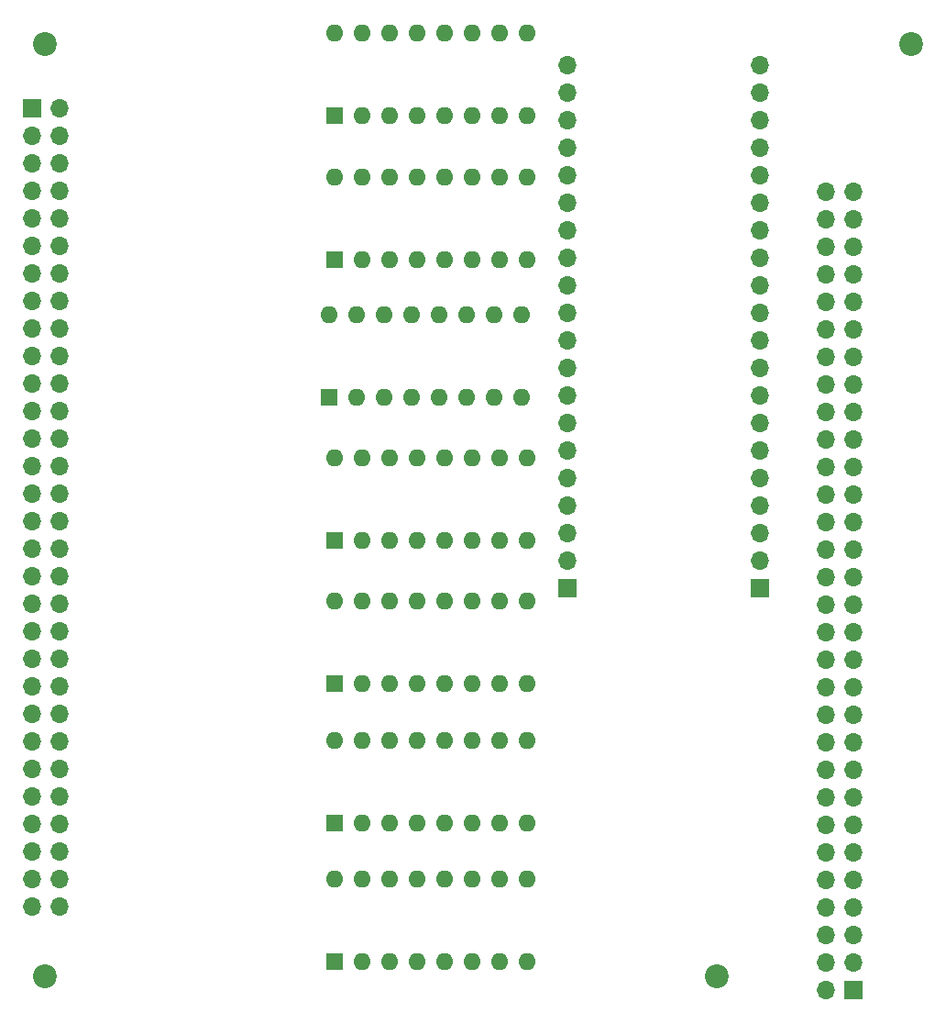
<source format=gbr>
%TF.GenerationSoftware,KiCad,Pcbnew,7.0.7*%
%TF.CreationDate,2023-10-12T19:01:10-04:00*%
%TF.ProjectId,PCB_final,5043425f-6669-46e6-916c-2e6b69636164,rev?*%
%TF.SameCoordinates,Original*%
%TF.FileFunction,Soldermask,Bot*%
%TF.FilePolarity,Negative*%
%FSLAX46Y46*%
G04 Gerber Fmt 4.6, Leading zero omitted, Abs format (unit mm)*
G04 Created by KiCad (PCBNEW 7.0.7) date 2023-10-12 19:01:10*
%MOMM*%
%LPD*%
G01*
G04 APERTURE LIST*
%ADD10C,2.200000*%
%ADD11R,1.600000X1.600000*%
%ADD12O,1.600000X1.600000*%
%ADD13R,1.700000X1.700000*%
%ADD14O,1.700000X1.700000*%
G04 APERTURE END LIST*
D10*
%TO.C,REF\u002A\u002A*%
X178000000Y-65000000D03*
%TD*%
%TO.C,REF\u002A\u002A*%
X160000000Y-151000000D03*
%TD*%
%TO.C,REF\u002A\u002A*%
X98000000Y-151000000D03*
%TD*%
%TO.C,REF\u002A\u002A*%
X98000000Y-65000000D03*
%TD*%
D11*
%TO.C,U2*%
X124725708Y-84931727D03*
D12*
X127265708Y-84931727D03*
X129805708Y-84931727D03*
X132345708Y-84931727D03*
X134885708Y-84931727D03*
X137425708Y-84931727D03*
X139965708Y-84931727D03*
X142505708Y-84931727D03*
X142505708Y-77311727D03*
X139965708Y-77311727D03*
X137425708Y-77311727D03*
X134885708Y-77311727D03*
X132345708Y-77311727D03*
X129805708Y-77311727D03*
X127265708Y-77311727D03*
X124725708Y-77311727D03*
%TD*%
D13*
%TO.C,J5*%
X146250708Y-115255141D03*
D14*
X146250708Y-112715141D03*
X146250708Y-110175141D03*
X146250708Y-107635141D03*
X146250708Y-105095141D03*
X146250708Y-102555141D03*
X146250708Y-100015141D03*
X146250708Y-97475141D03*
X146250708Y-94935141D03*
X146250708Y-92395141D03*
X146250708Y-89855141D03*
X146250708Y-87315141D03*
X146250708Y-84775141D03*
X146250708Y-82235141D03*
X146250708Y-79695141D03*
X146250708Y-77155141D03*
X146250708Y-74615141D03*
X146250708Y-72075141D03*
X146250708Y-69535141D03*
X146250708Y-66995141D03*
%TD*%
D13*
%TO.C,J1*%
X96755708Y-70961727D03*
D14*
X99295708Y-70961727D03*
X96755708Y-73501727D03*
X99295708Y-73501727D03*
X96755708Y-76041727D03*
X99295708Y-76041727D03*
X96755708Y-78581727D03*
X99295708Y-78581727D03*
X96755708Y-81121727D03*
X99295708Y-81121727D03*
X96755708Y-83661727D03*
X99295708Y-83661727D03*
X96755708Y-86201727D03*
X99295708Y-86201727D03*
X96755708Y-88741727D03*
X99295708Y-88741727D03*
X96755708Y-91281727D03*
X99295708Y-91281727D03*
X96755708Y-93821727D03*
X99295708Y-93821727D03*
X96755708Y-96361727D03*
X99295708Y-96361727D03*
X96755708Y-98901727D03*
X99295708Y-98901727D03*
X96755708Y-101441727D03*
X99295708Y-101441727D03*
X96755708Y-103981727D03*
X99295708Y-103981727D03*
X96755708Y-106521727D03*
X99295708Y-106521727D03*
X96755708Y-109061727D03*
X99295708Y-109061727D03*
X96755708Y-111601727D03*
X99295708Y-111601727D03*
X96755708Y-114141727D03*
X99295708Y-114141727D03*
X96755708Y-116681727D03*
X99295708Y-116681727D03*
X96755708Y-119221727D03*
X99295708Y-119221727D03*
X96755708Y-121761727D03*
X99295708Y-121761727D03*
X96755708Y-124301727D03*
X99295708Y-124301727D03*
X96755708Y-126841727D03*
X99295708Y-126841727D03*
X96755708Y-129381727D03*
X99295708Y-129381727D03*
X96755708Y-131921727D03*
X99295708Y-131921727D03*
X96755708Y-134461727D03*
X99295708Y-134461727D03*
X96755708Y-137001727D03*
X99295708Y-137001727D03*
X96755708Y-139541727D03*
X99295708Y-139541727D03*
X96755708Y-142081727D03*
X99295708Y-142081727D03*
X96755708Y-144621727D03*
X99295708Y-144621727D03*
%TD*%
D11*
%TO.C,U6*%
X124725708Y-136870022D03*
D12*
X127265708Y-136870022D03*
X129805708Y-136870022D03*
X132345708Y-136870022D03*
X134885708Y-136870022D03*
X137425708Y-136870022D03*
X139965708Y-136870022D03*
X142505708Y-136870022D03*
X142505708Y-129250022D03*
X139965708Y-129250022D03*
X137425708Y-129250022D03*
X134885708Y-129250022D03*
X132345708Y-129250022D03*
X129805708Y-129250022D03*
X127265708Y-129250022D03*
X124725708Y-129250022D03*
%TD*%
D11*
%TO.C,U3*%
X124187708Y-97631727D03*
D12*
X126727708Y-97631727D03*
X129267708Y-97631727D03*
X131807708Y-97631727D03*
X134347708Y-97631727D03*
X136887708Y-97631727D03*
X139427708Y-97631727D03*
X141967708Y-97631727D03*
X141967708Y-90011727D03*
X139427708Y-90011727D03*
X136887708Y-90011727D03*
X134347708Y-90011727D03*
X131807708Y-90011727D03*
X129267708Y-90011727D03*
X126727708Y-90011727D03*
X124187708Y-90011727D03*
%TD*%
D11*
%TO.C,U7*%
X124725708Y-149701727D03*
D12*
X127265708Y-149701727D03*
X129805708Y-149701727D03*
X132345708Y-149701727D03*
X134885708Y-149701727D03*
X137425708Y-149701727D03*
X139965708Y-149701727D03*
X142505708Y-149701727D03*
X142505708Y-142081727D03*
X139965708Y-142081727D03*
X137425708Y-142081727D03*
X134885708Y-142081727D03*
X132345708Y-142081727D03*
X129805708Y-142081727D03*
X127265708Y-142081727D03*
X124725708Y-142081727D03*
%TD*%
D11*
%TO.C,U4*%
X124710708Y-110829727D03*
D12*
X127250708Y-110829727D03*
X129790708Y-110829727D03*
X132330708Y-110829727D03*
X134870708Y-110829727D03*
X137410708Y-110829727D03*
X139950708Y-110829727D03*
X142490708Y-110829727D03*
X142490708Y-103209727D03*
X139950708Y-103209727D03*
X137410708Y-103209727D03*
X134870708Y-103209727D03*
X132330708Y-103209727D03*
X129790708Y-103209727D03*
X127250708Y-103209727D03*
X124710708Y-103209727D03*
%TD*%
D13*
%TO.C,J2*%
X172681328Y-152337397D03*
D14*
X170141328Y-152337397D03*
X172681328Y-149797397D03*
X170141328Y-149797397D03*
X172681328Y-147257397D03*
X170141328Y-147257397D03*
X172681328Y-144717397D03*
X170141328Y-144717397D03*
X172681328Y-142177397D03*
X170141328Y-142177397D03*
X172681328Y-139637397D03*
X170141328Y-139637397D03*
X172681328Y-137097397D03*
X170141328Y-137097397D03*
X172681328Y-134557397D03*
X170141328Y-134557397D03*
X172681328Y-132017397D03*
X170141328Y-132017397D03*
X172681328Y-129477397D03*
X170141328Y-129477397D03*
X172681328Y-126937397D03*
X170141328Y-126937397D03*
X172681328Y-124397397D03*
X170141328Y-124397397D03*
X172681328Y-121857397D03*
X170141328Y-121857397D03*
X172681328Y-119317397D03*
X170141328Y-119317397D03*
X172681328Y-116777397D03*
X170141328Y-116777397D03*
X172681328Y-114237397D03*
X170141328Y-114237397D03*
X172681328Y-111697397D03*
X170141328Y-111697397D03*
X172681328Y-109157397D03*
X170141328Y-109157397D03*
X172681328Y-106617397D03*
X170141328Y-106617397D03*
X172681328Y-104077397D03*
X170141328Y-104077397D03*
X172681328Y-101537397D03*
X170141328Y-101537397D03*
X172681328Y-98997397D03*
X170141328Y-98997397D03*
X172681328Y-96457397D03*
X170141328Y-96457397D03*
X172681328Y-93917397D03*
X170141328Y-93917397D03*
X172681328Y-91377397D03*
X170141328Y-91377397D03*
X172681328Y-88837397D03*
X170141328Y-88837397D03*
X172681328Y-86297397D03*
X170141328Y-86297397D03*
X172681328Y-83757397D03*
X170141328Y-83757397D03*
X172681328Y-81217397D03*
X170141328Y-81217397D03*
X172681328Y-78677397D03*
X170141328Y-78677397D03*
%TD*%
D11*
%TO.C,U1*%
X124695708Y-71596727D03*
D12*
X127235708Y-71596727D03*
X129775708Y-71596727D03*
X132315708Y-71596727D03*
X134855708Y-71596727D03*
X137395708Y-71596727D03*
X139935708Y-71596727D03*
X142475708Y-71596727D03*
X142475708Y-63976727D03*
X139935708Y-63976727D03*
X137395708Y-63976727D03*
X134855708Y-63976727D03*
X132315708Y-63976727D03*
X129775708Y-63976727D03*
X127235708Y-63976727D03*
X124695708Y-63976727D03*
%TD*%
D13*
%TO.C,J6*%
X164030708Y-115255141D03*
D14*
X164030708Y-112715141D03*
X164030708Y-110175141D03*
X164030708Y-107635141D03*
X164030708Y-105095141D03*
X164030708Y-102555141D03*
X164030708Y-100015141D03*
X164030708Y-97475141D03*
X164030708Y-94935141D03*
X164030708Y-92395141D03*
X164030708Y-89855141D03*
X164030708Y-87315141D03*
X164030708Y-84775141D03*
X164030708Y-82235141D03*
X164030708Y-79695141D03*
X164030708Y-77155141D03*
X164030708Y-74615141D03*
X164030708Y-72075141D03*
X164030708Y-69535141D03*
X164030708Y-66995141D03*
%TD*%
D11*
%TO.C,U5*%
X124725708Y-123989585D03*
D12*
X127265708Y-123989585D03*
X129805708Y-123989585D03*
X132345708Y-123989585D03*
X134885708Y-123989585D03*
X137425708Y-123989585D03*
X139965708Y-123989585D03*
X142505708Y-123989585D03*
X142505708Y-116369585D03*
X139965708Y-116369585D03*
X137425708Y-116369585D03*
X134885708Y-116369585D03*
X132345708Y-116369585D03*
X129805708Y-116369585D03*
X127265708Y-116369585D03*
X124725708Y-116369585D03*
%TD*%
M02*

</source>
